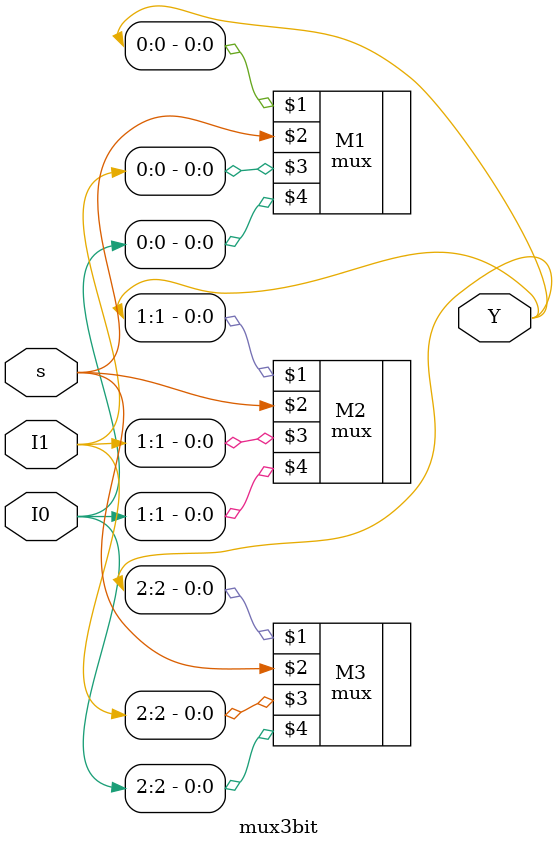
<source format=v>
module mux3bit (Y,s,I1,I0);

input [2:0] I1,I0;
output [2:0] Y;
input s;

mux M1 (Y[0],s,I1[0],I0[0]);
mux M2 (Y[1],s,I1[1],I0[1]);
mux M3 (Y[2],s,I1[2],I0[2]);

endmodule

</source>
